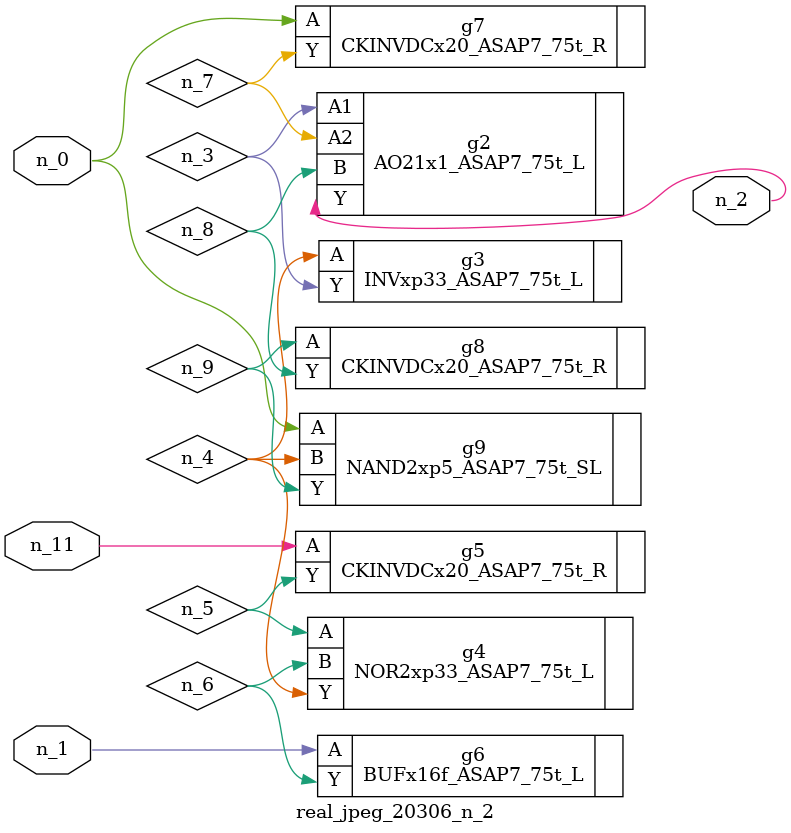
<source format=v>
module real_jpeg_20306_n_2 (n_1, n_11, n_0, n_2);

input n_1;
input n_11;
input n_0;

output n_2;

wire n_5;
wire n_4;
wire n_8;
wire n_6;
wire n_7;
wire n_3;
wire n_9;

CKINVDCx20_ASAP7_75t_R g7 ( 
.A(n_0),
.Y(n_7)
);

NAND2xp5_ASAP7_75t_SL g9 ( 
.A(n_0),
.B(n_4),
.Y(n_9)
);

BUFx16f_ASAP7_75t_L g6 ( 
.A(n_1),
.Y(n_6)
);

AO21x1_ASAP7_75t_L g2 ( 
.A1(n_3),
.A2(n_7),
.B(n_8),
.Y(n_2)
);

INVxp33_ASAP7_75t_L g3 ( 
.A(n_4),
.Y(n_3)
);

NOR2xp33_ASAP7_75t_L g4 ( 
.A(n_5),
.B(n_6),
.Y(n_4)
);

CKINVDCx20_ASAP7_75t_R g8 ( 
.A(n_9),
.Y(n_8)
);

CKINVDCx20_ASAP7_75t_R g5 ( 
.A(n_11),
.Y(n_5)
);


endmodule
</source>
